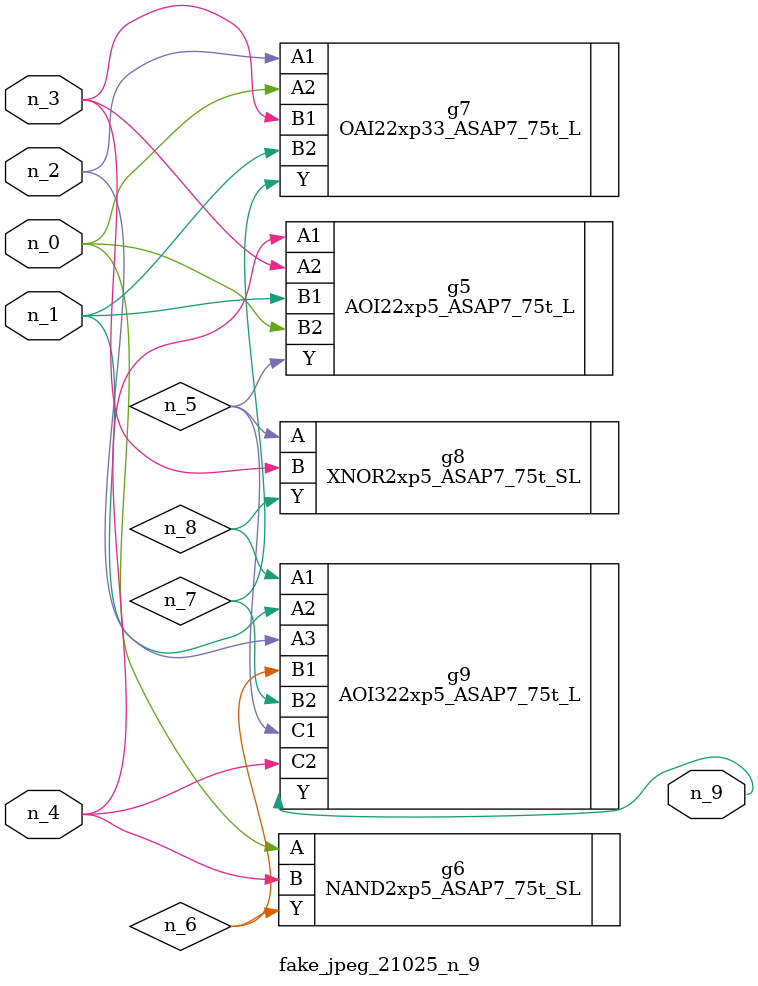
<source format=v>
module fake_jpeg_21025_n_9 (n_3, n_2, n_1, n_0, n_4, n_9);

input n_3;
input n_2;
input n_1;
input n_0;
input n_4;

output n_9;

wire n_8;
wire n_6;
wire n_5;
wire n_7;

AOI22xp5_ASAP7_75t_L g5 ( 
.A1(n_4),
.A2(n_3),
.B1(n_1),
.B2(n_0),
.Y(n_5)
);

NAND2xp5_ASAP7_75t_SL g6 ( 
.A(n_0),
.B(n_4),
.Y(n_6)
);

OAI22xp33_ASAP7_75t_L g7 ( 
.A1(n_2),
.A2(n_0),
.B1(n_3),
.B2(n_1),
.Y(n_7)
);

XNOR2xp5_ASAP7_75t_SL g8 ( 
.A(n_5),
.B(n_3),
.Y(n_8)
);

AOI322xp5_ASAP7_75t_L g9 ( 
.A1(n_8),
.A2(n_1),
.A3(n_2),
.B1(n_6),
.B2(n_7),
.C1(n_5),
.C2(n_4),
.Y(n_9)
);


endmodule
</source>
